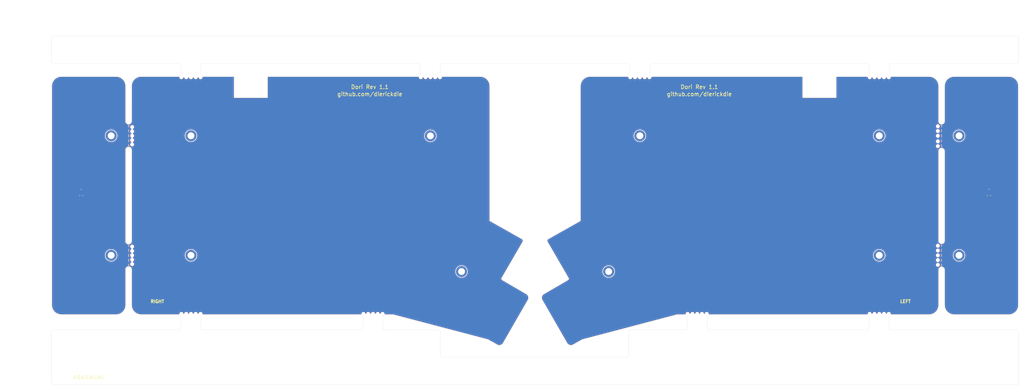
<source format=kicad_pcb>
(kicad_pcb (version 20171130) (host pcbnew "(5.1.2-1)-1")
  (layers (0 F.Cu signal) (31 B.Cu signal) (34 B.Paste user) (35 F.Paste user) (36 B.SilkS user) (37 F.SilkS user) (38 B.Mask user) (39 F.Mask user) (44 Edge.Cuts user))
  (net 0 "")
  (net 1 GND)
  (net 2 GNDA)
  (module Keebio-Parts:TRRS-PJ-320A (layer F.Cu) (at 253.20625 95.25 30)
    (fp_text reference J2)
    (fp_text value 4PIN)
  )
  (module Keebio-Parts:TRRS-PJ-320A (layer F.Cu) (at 237.33125 95.25 330)
    (fp_text reference J1)
    (fp_text value 4PIN)
  )
  (module Resistor_SMD:R_0603_1608Metric_Pad1.05x0.95mm_HandSolder (layer F.Cu) (at 389.73125 80.9625 90)
    (fp_text reference R2)
    (fp_text value R_Small)
    (fp_line (start -0.171267 0.51) (end 0.171267 0.51) (layer F.SilkS) (width 0.12))
    (fp_line (start -0.171267 -0.51) (end 0.171267 -0.51) (layer F.SilkS) (width 0.12))
    (pad 2 smd roundrect (at 0.875 0 90) (size 1.05 0.95) (layers F.Cu F.Paste F.Mask) (net 2 GNDA))
    (pad 1 smd roundrect (at -0.875 0 90) (size 1.05 0.95) (layers F.Cu F.Paste F.Mask) (net 2 GNDA))
  )
  (module Resistor_SMD:R_0603_1608Metric_Pad1.05x0.95mm_HandSolder (layer F.Cu) (at 100.80625 80.9625 90)
    (fp_text reference R1)
    (fp_text value R_Small)
    (fp_line (start -0.171267 0.51) (end 0.171267 0.51) (layer F.SilkS) (width 0.12))
    (fp_line (start -0.171267 -0.51) (end 0.171267 -0.51) (layer F.SilkS) (width 0.12))
    (pad 2 smd roundrect (at 0.875 0 90) (size 1.05 0.95) (layers F.Cu F.Paste F.Mask) (net 1 GND))
    (pad 1 smd roundrect (at -0.875 0 90) (size 1.05 0.95) (layers F.Cu F.Paste F.Mask) (net 1 GND))
  )
  (module Keeb_footprints:MX100_outline (layer F.Cu) (at 389.73125 109.5375)
    (fp_text reference U56)
    (fp_text value HOLE)
  )
  (module Keeb_footprints:MX100_outline (layer F.Cu) (at 389.73125 90.4875)
    (fp_text reference U49)
    (fp_text value HOLE)
  )
  (module Keeb_footprints:MX100_outline (layer F.Cu) (at 389.73125 71.4375)
    (fp_text reference U42)
    (fp_text value HOLE)
  )
  (module Keeb_footprints:MX100_outline (layer F.Cu) (at 389.73125 52.3875)
    (fp_text reference U35)
    (fp_text value HOLE)
  )
  (module Keeb_footprints:MX100_outline (layer F.Cu) (at 364.33125 109.5375)
    (fp_text reference U55)
    (fp_text value HOLE)
  )
  (module Keeb_footprints:MX100_outline (layer F.Cu) (at 364.33125 90.4875)
    (fp_text reference U48)
    (fp_text value HOLE)
  )
  (module Keeb_footprints:MX100_outline (layer F.Cu) (at 364.33125 71.4375)
    (fp_text reference U41)
    (fp_text value HOLE)
  )
  (module Keeb_footprints:MX100_outline (layer F.Cu) (at 364.33125 52.3875)
    (fp_text reference U34)
    (fp_text value HOLE)
  )
  (module Keeb_footprints:MX100_outline (layer F.Cu) (at 345.28125 109.5375)
    (fp_text reference U54)
    (fp_text value HOLE)
  )
  (module Keeb_footprints:MX100_outline (layer F.Cu) (at 345.28125 90.4875)
    (fp_text reference U47)
    (fp_text value HOLE)
  )
  (module Keeb_footprints:MX100_outline (layer F.Cu) (at 345.28125 71.4375)
    (fp_text reference U40)
    (fp_text value HOLE)
  )
  (module Keeb_footprints:MX100_outline (layer F.Cu) (at 345.28125 52.3875)
    (fp_text reference U33)
    (fp_text value HOLE)
  )
  (module Keeb_footprints:MX100_outline (layer F.Cu) (at 326.23125 109.5375)
    (fp_text reference U53)
    (fp_text value HOLE)
  )
  (module Keeb_footprints:MX100_outline (layer F.Cu) (at 326.23125 90.4875)
    (fp_text reference U46)
    (fp_text value HOLE)
  )
  (module Keeb_footprints:MX100_outline (layer F.Cu) (at 326.23125 71.4375)
    (fp_text reference U39)
    (fp_text value HOLE)
  )
  (module Keeb_footprints:MX100_outline (layer F.Cu) (at 326.23125 52.3875)
    (fp_text reference U32)
    (fp_text value HOLE)
  )
  (module Keeb_footprints:MX100_outline (layer F.Cu) (at 307.18125 109.5375)
    (fp_text reference U52)
    (fp_text value HOLE)
  )
  (module Keeb_footprints:MX100_outline (layer F.Cu) (at 307.18125 90.4875)
    (fp_text reference U45)
    (fp_text value HOLE)
  )
  (module Keeb_footprints:MX100_outline (layer F.Cu) (at 307.18125 71.4375)
    (fp_text reference U38)
    (fp_text value HOLE)
  )
  (module Keeb_footprints:MX100_outline (layer F.Cu) (at 307.18125 52.3875)
    (fp_text reference U31)
    (fp_text value HOLE)
  )
  (module Keeb_footprints:MX100_outline (layer F.Cu) (at 280.19375 111.91875 15)
    (fp_text reference U51)
    (fp_text value HOLE)
  )
  (module Keeb_footprints:MX100_outline (layer F.Cu) (at 288.13125 90.4875)
    (fp_text reference U44)
    (fp_text value HOLE)
  )
  (module Keeb_footprints:MX100_outline (layer F.Cu) (at 288.13125 71.4375)
    (fp_text reference U37)
    (fp_text value HOLE)
  )
  (module Keeb_footprints:MX100_outline (layer F.Cu) (at 288.13125 52.3875)
    (fp_text reference U30)
    (fp_text value HOLE)
  )
  (module Keeb_footprints:MX100_outline (layer F.Cu) (at 259.55625 116.498801 30)
    (fp_text reference U50)
    (fp_text value HOLE)
  )
  (module Keeb_footprints:MX100_outline (layer F.Cu) (at 269.08125 90.4875)
    (fp_text reference U43)
    (fp_text value HOLE)
  )
  (module Keeb_footprints:MX100_outline (layer F.Cu) (at 269.08125 71.4375)
    (fp_text reference U36)
    (fp_text value HOLE)
  )
  (module Keeb_footprints:MX100_outline (layer F.Cu) (at 269.08125 52.3875)
    (fp_text reference U29)
    (fp_text value HOLE)
  )
  (module Keeb_footprints:MX100_outline (layer F.Cu) (at 230.98125 116.68125 330)
    (fp_text reference U28)
    (fp_text value HOLE)
  )
  (module Keeb_footprints:MX100_outline (layer F.Cu) (at 221.45625 90.4875)
    (fp_text reference U21)
    (fp_text value HOLE)
  )
  (module Keeb_footprints:MX100_outline (layer F.Cu) (at 221.45625 71.4375)
    (fp_text reference U14)
    (fp_text value HOLE)
  )
  (module Keeb_footprints:MX100_outline (layer F.Cu) (at 221.45625 52.3875)
    (fp_text reference U7)
    (fp_text value HOLE)
  )
  (module Keeb_footprints:MX100_outline (layer F.Cu) (at 210.34375 111.91875 345)
    (fp_text reference U27)
    (fp_text value HOLE)
  )
  (module Keeb_footprints:MX100_outline (layer F.Cu) (at 202.40625 90.4875)
    (fp_text reference U20)
    (fp_text value HOLE)
  )
  (module Keeb_footprints:MX100_outline (layer F.Cu) (at 202.40625 71.4375)
    (fp_text reference U13)
    (fp_text value HOLE)
  )
  (module Keeb_footprints:MX100_outline (layer F.Cu) (at 202.40625 52.3875)
    (fp_text reference U6)
    (fp_text value HOLE)
  )
  (module Keeb_footprints:MX100_outline (layer F.Cu) (at 183.35625 109.5375)
    (fp_text reference U26)
    (fp_text value HOLE)
  )
  (module Keeb_footprints:MX100_outline (layer F.Cu) (at 183.35625 90.4875)
    (fp_text reference U19)
    (fp_text value HOLE)
  )
  (module Keeb_footprints:MX100_outline (layer F.Cu) (at 183.35625 71.4375)
    (fp_text reference U12)
    (fp_text value HOLE)
  )
  (module Keeb_footprints:MX100_outline (layer F.Cu) (at 183.35625 52.3875)
    (fp_text reference U5)
    (fp_text value HOLE)
  )
  (module Keeb_footprints:MX100_outline (layer F.Cu) (at 164.30625 109.5375)
    (fp_text reference U25)
    (fp_text value HOLE)
  )
  (module Keeb_footprints:MX100_outline (layer F.Cu) (at 164.30625 90.4875)
    (fp_text reference U18)
    (fp_text value HOLE)
  )
  (module Keeb_footprints:MX100_outline (layer F.Cu) (at 164.30625 71.4375)
    (fp_text reference U11)
    (fp_text value HOLE)
  )
  (module Keeb_footprints:MX100_outline (layer F.Cu) (at 164.30625 52.3875)
    (fp_text reference U4)
    (fp_text value HOLE)
  )
  (module Keeb_footprints:MX100_outline (layer F.Cu) (at 145.25625 109.5375)
    (fp_text reference U24)
    (fp_text value HOLE)
  )
  (module Keeb_footprints:MX100_outline (layer F.Cu) (at 145.25625 90.4875)
    (fp_text reference U17)
    (fp_text value HOLE)
  )
  (module Keeb_footprints:MX100_outline (layer F.Cu) (at 145.25625 71.4375)
    (fp_text reference U10)
    (fp_text value HOLE)
  )
  (module Keeb_footprints:MX100_outline (layer F.Cu) (at 145.25625 52.3875)
    (fp_text reference U3)
    (fp_text value HOLE)
  )
  (module Keeb_footprints:MX100_outline (layer F.Cu) (at 126.20625 109.5375)
    (fp_text reference U23)
    (fp_text value HOLE)
  )
  (module Keeb_footprints:MX100_outline (layer F.Cu) (at 126.20625 90.4875)
    (fp_text reference U16)
    (fp_text value HOLE)
  )
  (module Keeb_footprints:MX100_outline (layer F.Cu) (at 126.20625 71.4375)
    (fp_text reference U9)
    (fp_text value HOLE)
  )
  (module Keeb_footprints:MX100_outline (layer F.Cu) (at 126.20625 52.3875)
    (fp_text reference U2)
    (fp_text value HOLE)
  )
  (module Keeb_footprints:MX100_outline (layer F.Cu) (at 100.80625 109.5375)
    (fp_text reference U22)
    (fp_text value HOLE)
  )
  (module Keeb_footprints:MX100_outline (layer F.Cu) (at 100.80625 90.4875)
    (fp_text reference U15)
    (fp_text value HOLE)
  )
  (module Keeb_footprints:MX100_outline (layer F.Cu) (at 100.80625 71.4375)
    (fp_text reference U8)
    (fp_text value HOLE)
  )
  (module Keeb_footprints:MX100_outline (layer F.Cu) (at 100.80625 52.3875)
    (fp_text reference U1)
    (fp_text value HOLE)
  )
  (module random-keyboard-parts:Generic-Mounthole (layer F.Cu) (at 380.20625 100.0125)
    (fp_text reference H12)
    (fp_text value MountingHole)
    (pad 1 thru_hole circle (at 0 0) (size 3.5 3.5) (drill 2.2) (layers *.Cu *.Mask))
  )
  (module random-keyboard-parts:Generic-Mounthole (layer F.Cu) (at 380.20625 61.9125)
    (fp_text reference H11)
    (fp_text value MountingHole)
    (pad 1 thru_hole circle (at 0 0) (size 3.5 3.5) (drill 2.2) (layers *.Cu *.Mask))
  )
  (module Keeb_footprints:MouseBite_IPC7351 (layer F.Cu) (at 373.459375 61.9125 90)
    (fp_text reference U62)
    (fp_text value HOLE)
    (pad "" np_thru_hole circle (at 0 0 90) (size 0.8 0.8) (drill 0.8) (layers *.Cu *.Mask))
    (pad "" np_thru_hole circle (at 1.524 0 90) (size 0.8 0.8) (drill 0.8) (layers *.Cu *.Mask))
    (pad "" np_thru_hole circle (at 3.048 0 90) (size 0.8 0.8) (drill 0.8) (layers *.Cu *.Mask))
    (pad "" np_thru_hole circle (at -1.778 0 90) (size 0.8 0.8) (drill 0.8) (layers *.Cu *.Mask))
    (pad "" np_thru_hole circle (at -3.302 0 90) (size 0.8 0.8) (drill 0.8) (layers *.Cu *.Mask))
  )
  (module Keeb_footprints:MouseBite_IPC7351 (layer F.Cu) (at 373.459375 100.0125 90)
    (fp_text reference U68)
    (fp_text value HOLE)
    (pad "" np_thru_hole circle (at 0 0 90) (size 0.8 0.8) (drill 0.8) (layers *.Cu *.Mask))
    (pad "" np_thru_hole circle (at 1.524 0 90) (size 0.8 0.8) (drill 0.8) (layers *.Cu *.Mask))
    (pad "" np_thru_hole circle (at 3.048 0 90) (size 0.8 0.8) (drill 0.8) (layers *.Cu *.Mask))
    (pad "" np_thru_hole circle (at -1.524 0 90) (size 0.8 0.8) (drill 0.8) (layers *.Cu *.Mask))
    (pad "" np_thru_hole circle (at -3.048 0 90) (size 0.8 0.8) (drill 0.8) (layers *.Cu *.Mask))
  )
  (module Keeb_footprints:MouseBite_IPC7351 (layer F.Cu) (at 278.60625 43.259375)
    (fp_text reference U67)
    (fp_text value HOLE)
    (pad "" np_thru_hole circle (at 0 0) (size 0.8 0.8) (drill 0.8) (layers *.Cu *.Mask))
    (pad "" np_thru_hole circle (at 1.524 0) (size 0.8 0.8) (drill 0.8) (layers *.Cu *.Mask))
    (pad "" np_thru_hole circle (at 3.048 0) (size 0.8 0.8) (drill 0.8) (layers *.Cu *.Mask))
    (pad "" np_thru_hole circle (at -1.524 0) (size 0.8 0.8) (drill 0.8) (layers *.Cu *.Mask))
    (pad "" np_thru_hole circle (at -3.048 0) (size 0.8 0.8) (drill 0.8) (layers *.Cu *.Mask))
  )
  (module Keeb_footprints:MouseBite_IPC7351 (layer F.Cu) (at 354.80625 43.259375)
    (fp_text reference U61)
    (fp_text value HOLE)
    (pad "" np_thru_hole circle (at 0 0) (size 0.8 0.8) (drill 0.8) (layers *.Cu *.Mask))
    (pad "" np_thru_hole circle (at 1.524 0) (size 0.8 0.8) (drill 0.8) (layers *.Cu *.Mask))
    (pad "" np_thru_hole circle (at 3.048 0) (size 0.8 0.8) (drill 0.8) (layers *.Cu *.Mask))
    (pad "" np_thru_hole circle (at -1.524 0) (size 0.8 0.8) (drill 0.8) (layers *.Cu *.Mask))
    (pad "" np_thru_hole circle (at -3.048 0) (size 0.8 0.8) (drill 0.8) (layers *.Cu *.Mask))
  )
  (module Keeb_footprints:MouseBite_IPC7351 (layer F.Cu) (at 135.73125 43.259375)
    (fp_text reference U66)
    (fp_text value HOLE)
    (pad "" np_thru_hole circle (at 0 0) (size 0.8 0.8) (drill 0.8) (layers *.Cu *.Mask))
    (pad "" np_thru_hole circle (at 1.524 0) (size 0.8 0.8) (drill 0.8) (layers *.Cu *.Mask))
    (pad "" np_thru_hole circle (at 3.048 0) (size 0.8 0.8) (drill 0.8) (layers *.Cu *.Mask))
    (pad "" np_thru_hole circle (at -1.524 0) (size 0.8 0.8) (drill 0.8) (layers *.Cu *.Mask))
    (pad "" np_thru_hole circle (at -3.048 0) (size 0.8 0.8) (drill 0.8) (layers *.Cu *.Mask))
  )
  (module Keeb_footprints:MouseBite_IPC7351 (layer F.Cu) (at 211.93125 43.259375)
    (fp_text reference U60)
    (fp_text value HOLE)
    (pad "" np_thru_hole circle (at 0 0) (size 0.8 0.8) (drill 0.8) (layers *.Cu *.Mask))
    (pad "" np_thru_hole circle (at 1.524 0) (size 0.8 0.8) (drill 0.8) (layers *.Cu *.Mask))
    (pad "" np_thru_hole circle (at 3.048 0) (size 0.8 0.8) (drill 0.8) (layers *.Cu *.Mask))
    (pad "" np_thru_hole circle (at -1.524 0) (size 0.8 0.8) (drill 0.8) (layers *.Cu *.Mask))
    (pad "" np_thru_hole circle (at -3.048 0) (size 0.8 0.8) (drill 0.8) (layers *.Cu *.Mask))
  )
  (module Keeb_footprints:MouseBite_IPC7351 (layer F.Cu) (at 193.675 118.665625)
    (fp_text reference U64)
    (fp_text value HOLE)
    (pad "" np_thru_hole circle (at 0 0) (size 0.8 0.8) (drill 0.8) (layers *.Cu *.Mask))
    (pad "" np_thru_hole circle (at 1.524 0) (size 0.8 0.8) (drill 0.8) (layers *.Cu *.Mask))
    (pad "" np_thru_hole circle (at 3.048 0) (size 0.8 0.8) (drill 0.8) (layers *.Cu *.Mask))
    (pad "" np_thru_hole circle (at -1.524 0) (size 0.8 0.8) (drill 0.8) (layers *.Cu *.Mask))
    (pad "" np_thru_hole circle (at -3.048 0) (size 0.8 0.8) (drill 0.8) (layers *.Cu *.Mask))
  )
  (module Keeb_footprints:MouseBite_IPC7351 (layer F.Cu) (at 135.73125 118.665625)
    (fp_text reference U58)
    (fp_text value HOLE)
    (pad "" np_thru_hole circle (at 0 0) (size 0.8 0.8) (drill 0.8) (layers *.Cu *.Mask))
    (pad "" np_thru_hole circle (at 1.524 0) (size 0.8 0.8) (drill 0.8) (layers *.Cu *.Mask))
    (pad "" np_thru_hole circle (at 3.048 0) (size 0.8 0.8) (drill 0.8) (layers *.Cu *.Mask))
    (pad "" np_thru_hole circle (at -1.524 0) (size 0.8 0.8) (drill 0.8) (layers *.Cu *.Mask))
    (pad "" np_thru_hole circle (at -3.048 0) (size 0.8 0.8) (drill 0.8) (layers *.Cu *.Mask))
  )
  (module Keeb_footprints:MouseBite_IPC7351 (layer F.Cu) (at 296.8625 118.665625)
    (fp_text reference U59)
    (fp_text value HOLE)
    (pad "" np_thru_hole circle (at 0 0) (size 0.8 0.8) (drill 0.8) (layers *.Cu *.Mask))
    (pad "" np_thru_hole circle (at 1.524 0) (size 0.8 0.8) (drill 0.8) (layers *.Cu *.Mask))
    (pad "" np_thru_hole circle (at 3.048 0) (size 0.8 0.8) (drill 0.8) (layers *.Cu *.Mask))
    (pad "" np_thru_hole circle (at -1.524 0) (size 0.8 0.8) (drill 0.8) (layers *.Cu *.Mask))
    (pad "" np_thru_hole circle (at -3.048 0) (size 0.8 0.8) (drill 0.8) (layers *.Cu *.Mask))
  )
  (module Keeb_footprints:MouseBite_IPC7351 (layer F.Cu) (at 354.80625 118.665625)
    (fp_text reference U65)
    (fp_text value HOLE)
    (pad "" np_thru_hole circle (at 0 0) (size 0.8 0.8) (drill 0.8) (layers *.Cu *.Mask))
    (pad "" np_thru_hole circle (at 1.524 0) (size 0.8 0.8) (drill 0.8) (layers *.Cu *.Mask))
    (pad "" np_thru_hole circle (at 3.048 0) (size 0.8 0.8) (drill 0.8) (layers *.Cu *.Mask))
    (pad "" np_thru_hole circle (at -1.524 0) (size 0.8 0.8) (drill 0.8) (layers *.Cu *.Mask))
    (pad "" np_thru_hole circle (at -3.048 0) (size 0.8 0.8) (drill 0.8) (layers *.Cu *.Mask))
  )
  (module Keeb_footprints:MouseBite_IPC7351 (layer F.Cu) (at 117.00625 61.9125 90)
    (fp_text reference U57)
    (fp_text value HOLE)
    (pad "" np_thru_hole circle (at 0 0 90) (size 0.8 0.8) (drill 0.8) (layers *.Cu *.Mask))
    (pad "" np_thru_hole circle (at 1.397 0 90) (size 0.8 0.8) (drill 0.8) (layers *.Cu *.Mask))
    (pad "" np_thru_hole circle (at 2.794 0 90) (size 0.8 0.8) (drill 0.8) (layers *.Cu *.Mask))
    (pad "" np_thru_hole circle (at -1.397 0 90) (size 0.8 0.8) (drill 0.8) (layers *.Cu *.Mask))
    (pad "" np_thru_hole circle (at -2.794 0 90) (size 0.8 0.8) (drill 0.8) (layers *.Cu *.Mask))
  )
  (module random-keyboard-parts:Generic-Mounthole (layer F.Cu) (at 110.33125 100.0125)
    (fp_text reference H10)
    (fp_text value MountingHole)
    (pad 1 thru_hole circle (at 0 0) (size 3.5 3.5) (drill 2.2) (layers *.Cu *.Mask))
  )
  (module random-keyboard-parts:Generic-Mounthole (layer F.Cu) (at 354.80625 61.9125)
    (fp_text reference H7)
    (fp_text value MountingHole)
    (pad 1 thru_hole circle (at 0 0) (size 3.5 3.5) (drill 2.2) (layers *.Cu *.Mask))
  )
  (module random-keyboard-parts:Generic-Mounthole (layer B.Cu) (at 221.853125 105.171875 180)
    (fp_text reference H9)
    (fp_text value MountingHole)
    (pad 1 thru_hole circle (at 0 0 180) (size 3.5 3.5) (drill 2.2) (layers *.Cu *.Mask))
  )
  (module Keeb_footprints:MouseBite_IPC7351 (layer F.Cu) (at 117.005893 100.0125 90)
    (fp_text reference U63)
    (fp_text value HOLE)
    (pad "" np_thru_hole circle (at 0 0 90) (size 0.8 0.8) (drill 0.8) (layers *.Cu *.Mask))
    (pad "" np_thru_hole circle (at 1.397 0 90) (size 0.8 0.8) (drill 0.8) (layers *.Cu *.Mask))
    (pad "" np_thru_hole circle (at 2.794 0 90) (size 0.8 0.8) (drill 0.8) (layers *.Cu *.Mask))
    (pad "" np_thru_hole circle (at -1.397 0 90) (size 0.8 0.8) (drill 0.8) (layers *.Cu *.Mask))
    (pad "" np_thru_hole circle (at -2.794 0 90) (size 0.8 0.8) (drill 0.8) (layers *.Cu *.Mask))
  )
  (module random-keyboard-parts:Generic-Mounthole (layer F.Cu) (at 135.73125 61.9125)
    (fp_text reference H1)
    (fp_text value MountingHole)
    (pad 1 thru_hole circle (at 0 0) (size 3.5 3.5) (drill 2.2) (layers *.Cu *.Mask))
  )
  (module random-keyboard-parts:Generic-Mounthole (layer F.Cu) (at 211.93125 61.94)
    (fp_text reference H2)
    (fp_text value MountingHole)
    (pad 1 thru_hole circle (at 0 0) (size 3.5 3.5) (drill 2.2) (layers *.Cu *.Mask))
  )
  (module random-keyboard-parts:Generic-Mounthole (layer F.Cu) (at 135.73125 100.0125)
    (fp_text reference H3)
    (fp_text value MountingHole)
    (pad 1 thru_hole circle (at 0 0) (size 3.5 3.5) (drill 2.2) (layers *.Cu *.Mask))
  )
  (module random-keyboard-parts:Generic-Mounthole (layer F.Cu) (at 278.60625 61.9125)
    (fp_text reference H4)
    (fp_text value MountingHole)
    (pad 1 thru_hole circle (at 0 0) (size 3.5 3.5) (drill 2.2) (layers *.Cu *.Mask))
  )
  (module random-keyboard-parts:Generic-Mounthole (layer F.Cu) (at 268.684375 105.171875)
    (fp_text reference H5)
    (fp_text value MountingHole)
    (pad 1 thru_hole circle (at 0 0) (size 3.5 3.5) (drill 2.2) (layers *.Cu *.Mask))
  )
  (module random-keyboard-parts:Generic-Mounthole (layer F.Cu) (at 354.80625 100.0125)
    (fp_text reference H6)
    (fp_text value MountingHole)
    (pad 1 thru_hole circle (at 0 0) (size 3.5 3.5) (drill 2.2) (layers *.Cu *.Mask))
  )
  (module random-keyboard-parts:Generic-Mounthole (layer F.Cu) (at 110.33125 61.9125)
    (fp_text reference H8)
    (fp_text value MountingHole)
    (pad 1 thru_hole circle (at 0 0) (size 3.5 3.5) (drill 2.2) (layers *.Cu *.Mask))
  )
  (gr_arc (start 233.870499 127.254001) (end 233.1085 128.651) (angle -81.74056202) (layer Edge.Cuts) (width 0.05))
  (gr_line (start 243.1415 114.3) (end 235.143543 128.208783) (layer Edge.Cuts) (width 0.05))
  (gr_line (start 233.1085 128.651) (end 230.1875 127) (layer Edge.Cuts) (width 0.05))
  (gr_line (start 241.4905 95.758) (end 234.794283 107.306957) (layer Edge.Cuts) (width 0.05))
  (gr_arc (start 235.048282 107.467745) (end 234.794283 107.306957) (angle -90) (layer Edge.Cuts) (width 0.05))
  (gr_line (start 230.98125 88.9) (end 241.1095 94.615) (layer Edge.Cuts) (width 0.05))
  (gr_arc (start 240.728501 95.377001) (end 241.1095 94.615002) (angle 90) (layer Edge.Cuts) (width 0.05))
  (gr_arc (start 241.744501 113.538001) (end 243.1415 114.3) (angle -81.74056202) (layer Edge.Cuts) (width 0.05))
  (gr_line (start 234.887494 107.721744) (end 242.699283 112.264957) (layer Edge.Cuts) (width 0.05))
  (gr_line (start 200.025 119.060306) (end 230.1875 127) (layer Edge.Cuts) (width 0.05))
  (gr_text RIGHT (at 125.036875 114.72625) (layer F.SilkS) (effects (font (size 1 1) (thickness 0.25))))
  (gr_line (start 200.025 119.060306) (end 197.64375 119.0625) (layer Edge.Cuts) (width 0.05))
  (gr_line (start 330.596875 49.609375) (end 340.915625 49.609375) (layer Edge.Cuts) (width 0.05))
  (gr_line (start 340.915625 49.609375) (end 340.915625 42.8625) (layer Edge.Cuts) (width 0.05))
  (gr_line (start 330.596875 42.8625) (end 330.596875 49.609375) (layer Edge.Cuts) (width 0.05))
  (gr_line (start 159.940625 49.609375) (end 159.940625 42.8625) (layer Edge.Cuts) (width 0.05))
  (gr_line (start 149.621875 49.609375) (end 159.940625 49.609375) (layer Edge.Cuts) (width 0.05))
  (gr_line (start 149.621875 42.860734) (end 149.621875 49.609375) (layer Edge.Cuts) (width 0.05))
  (gr_line (start 139.7 42.8625) (end 149.621875 42.860734) (layer Edge.Cuts) (width 0.05))
  (gr_line (start 374.65 64.690625) (end 374.65 65.484375) (layer B.SilkS) (width 0.25))
  (gr_line (start 374.65 63.103125) (end 374.65 63.896875) (layer B.SilkS) (width 0.25))
  (gr_line (start 374.65 61.515625) (end 374.65 62.309375) (layer B.SilkS) (width 0.25))
  (gr_line (start 374.65 59.928125) (end 374.65 60.721875) (layer B.SilkS) (width 0.25))
  (gr_line (start 374.65 58.340625) (end 374.65 59.134375) (layer B.SilkS) (width 0.25))
  (gr_line (start 374.65 102.790625) (end 374.65 103.584375) (layer B.SilkS) (width 0.25))
  (gr_line (start 374.65 101.203125) (end 374.65 101.996875) (layer B.SilkS) (width 0.25))
  (gr_line (start 374.65 99.615625) (end 374.65 100.409375) (layer B.SilkS) (width 0.25))
  (gr_line (start 374.65 98.028125) (end 374.65 98.821875) (layer B.SilkS) (width 0.25))
  (gr_line (start 374.65 96.440625) (end 374.65 97.234375) (layer B.SilkS) (width 0.25))
  (gr_line (start 115.8875 102.790625) (end 115.8875 103.584375) (layer B.SilkS) (width 0.25))
  (gr_line (start 115.8875 101.203125) (end 115.8875 101.996875) (layer B.SilkS) (width 0.25))
  (gr_line (start 115.8875 99.615625) (end 115.8875 100.409375) (layer B.SilkS) (width 0.25))
  (gr_line (start 115.8875 98.028125) (end 115.8875 98.821875) (layer B.SilkS) (width 0.25))
  (gr_line (start 115.8875 96.440625) (end 115.8875 97.234375) (layer B.SilkS) (width 0.25))
  (gr_line (start 115.8875 64.690625) (end 115.8875 65.484375) (layer B.SilkS) (width 0.25))
  (gr_line (start 115.8875 63.103125) (end 115.8875 63.896875) (layer B.SilkS) (width 0.25))
  (gr_line (start 115.8875 61.515625) (end 115.8875 62.309375) (layer B.SilkS) (width 0.25))
  (gr_line (start 115.8875 59.928125) (end 115.8875 60.721875) (layer B.SilkS) (width 0.25))
  (gr_arc (start 374.650357 104.648) (end 375.44375 104.648) (angle -180) (layer Edge.Cuts) (width 0.05))
  (gr_arc (start 374.649643 95.377) (end 373.85625 95.377) (angle -180) (layer Edge.Cuts) (width 0.05))
  (gr_arc (start 374.650357 66.802) (end 375.44375 66.802) (angle -180) (layer Edge.Cuts) (width 0.05))
  (gr_arc (start 378.61875 46.0375) (end 378.61875 42.8625) (angle -90) (layer Edge.Cuts) (width 0.05))
  (gr_arc (start 374.649643 57.277) (end 373.85625 57.277) (angle -180) (layer Edge.Cuts) (width 0.05))
  (gr_arc (start 115.886429 57.261125) (end 115.093036 57.261125) (angle -180) (layer Edge.Cuts) (width 0.05))
  (gr_arc (start 115.887857 66.421) (end 116.68125 66.421) (angle -180) (layer Edge.Cuts) (width 0.05))
  (gr_arc (start 115.887143 95.504) (end 115.09375 95.504) (angle -180) (layer Edge.Cuts) (width 0.05))
  (gr_arc (start 115.8875 104.521) (end 116.680893 104.521) (angle -180) (layer Edge.Cuts) (width 0.05))
  (gr_line (start 290.5125 119.060306) (end 260.35 127) (layer Edge.Cuts) (width 0.05))
  (gr_line (start 255.650006 107.721744) (end 247.838217 112.264957) (layer Edge.Cuts) (width 0.05))
  (gr_arc (start 248.792999 113.538001) (end 247.396 114.3) (angle 81.74056202) (layer Edge.Cuts) (width 0.05))
  (gr_arc (start 249.808999 95.377001) (end 249.428 94.615002) (angle -90) (layer Edge.Cuts) (width 0.05))
  (gr_line (start 259.55625 88.9) (end 249.428 94.615) (layer Edge.Cuts) (width 0.05))
  (gr_line (start 290.5125 119.060306) (end 292.89375 119.0625) (layer Edge.Cuts) (width 0.05))
  (gr_arc (start 255.489218 107.467745) (end 255.743217 107.306957) (angle 90) (layer Edge.Cuts) (width 0.05))
  (gr_line (start 249.047 95.758) (end 255.743217 107.306957) (layer Edge.Cuts) (width 0.05))
  (gr_line (start 257.429 128.651) (end 260.35 127) (layer Edge.Cuts) (width 0.05))
  (gr_line (start 247.396 114.3) (end 255.393957 128.208783) (layer Edge.Cuts) (width 0.05))
  (gr_arc (start 256.667001 127.254001) (end 257.429 128.651) (angle 81.74056202) (layer Edge.Cuts) (width 0.05))
  (gr_arc (start 398.4625 140.49375) (end 398.4625 141.2875) (angle -90) (layer Edge.Cuts) (width 0.05))
  (gr_arc (start 398.4625 124.61875) (end 399.25625 124.61875) (angle -90) (layer Edge.Cuts) (width 0.05))
  (gr_arc (start 358.775 123.03125) (end 357.98125 123.03125) (angle -90) (layer Edge.Cuts) (width 0.05))
  (gr_arc (start 358.775 119.85625) (end 358.775 119.0625) (angle -90) (layer Edge.Cuts) (width 0.05))
  (gr_arc (start 350.8375 123.03125) (end 350.8375 123.825) (angle -90) (layer Edge.Cuts) (width 0.05))
  (gr_arc (start 350.8375 119.85625) (end 351.63125 119.85625) (angle -90) (layer Edge.Cuts) (width 0.05))
  (gr_arc (start 300.83125 123.03125) (end 300.0375 123.03125) (angle -90) (layer Edge.Cuts) (width 0.05))
  (gr_arc (start 300.83125 119.85625) (end 300.83125 119.0625) (angle -90) (layer Edge.Cuts) (width 0.05))
  (gr_arc (start 92.075 30.95625) (end 92.075 30.1625) (angle -90) (layer Edge.Cuts) (width 0.05))
  (gr_line (start 91.28125 38.1) (end 91.28125 30.95625) (layer Edge.Cuts) (width 0.05))
  (gr_arc (start 398.4625 30.95625) (end 399.25625 30.95625) (angle -90) (layer Edge.Cuts) (width 0.05))
  (gr_arc (start 398.4625 38.1) (end 398.4625 38.89375) (angle -90) (layer Edge.Cuts) (width 0.05))
  (gr_arc (start 350.8375 42.06875) (end 350.8375 42.8625) (angle -90) (layer Edge.Cuts) (width 0.05))
  (gr_arc (start 350.8375 39.6875) (end 351.63125 39.6875) (angle -90) (layer Edge.Cuts) (width 0.05))
  (gr_arc (start 282.575 42.06875) (end 281.78125 42.06875) (angle -90) (layer Edge.Cuts) (width 0.05))
  (gr_arc (start 282.575 39.6875) (end 282.575 38.89375) (angle -90) (layer Edge.Cuts) (width 0.05))
  (gr_arc (start 262.73125 46.0375) (end 262.73125 42.8625) (angle -90) (layer Edge.Cuts) (width 0.05))
  (gr_arc (start 274.6375 42.06875) (end 274.6375 42.8625) (angle -90) (layer Edge.Cuts) (width 0.05))
  (gr_arc (start 274.6375 39.6875) (end 275.43125 39.6875) (angle -90) (layer Edge.Cuts) (width 0.05))
  (gr_arc (start 358.775 39.6875) (end 358.775 38.89375) (angle -90) (layer Edge.Cuts) (width 0.05))
  (gr_arc (start 358.775 42.06875) (end 357.98125 42.06875) (angle -90) (layer Edge.Cuts) (width 0.05))
  (gr_arc (start 370.68125 46.0375) (end 373.85625 46.0375) (angle -90) (layer Edge.Cuts) (width 0.05))
  (gr_arc (start 396.08125 46.0375) (end 399.25625 46.0375) (angle -90) (layer Edge.Cuts) (width 0.05))
  (gr_arc (start 396.08125 115.8875) (end 396.08125 119.0625) (angle -90) (layer Edge.Cuts) (width 0.05))
  (gr_arc (start 378.61875 115.8875) (end 375.44375 115.8875) (angle -90) (layer Edge.Cuts) (width 0.05))
  (gr_arc (start 370.68125 115.8875) (end 370.68125 119.0625) (angle -90) (layer Edge.Cuts) (width 0.05))
  (gr_arc (start 292.89375 123.03125) (end 292.89375 123.825) (angle -90) (layer Edge.Cuts) (width 0.05))
  (gr_arc (start 292.89375 119.85625) (end 293.6875 119.85625) (angle -90) (layer Edge.Cuts) (width 0.05))
  (gr_arc (start 275.828125 124.61875) (end 275.828125 123.825) (angle -90) (layer Edge.Cuts) (width 0.05))
  (gr_arc (start 274.240625 131.7625) (end 274.240625 132.55625) (angle -90) (layer Edge.Cuts) (width 0.05))
  (gr_arc (start 215.9 131.7625) (end 215.10625 131.7625) (angle -90) (layer Edge.Cuts) (width 0.05))
  (gr_arc (start 214.3125 124.61875) (end 215.10625 124.61875) (angle -90) (layer Edge.Cuts) (width 0.05))
  (gr_arc (start 227.80625 46.0375) (end 230.98125 46.0375) (angle -90) (layer Edge.Cuts) (width 0.05))
  (gr_arc (start 215.9 39.6875) (end 215.9 38.89375) (angle -90) (layer Edge.Cuts) (width 0.05))
  (gr_arc (start 215.9 42.06875) (end 215.10625 42.06875) (angle -90) (layer Edge.Cuts) (width 0.05))
  (gr_arc (start 207.9625 39.6875) (end 208.75625 39.6875) (angle -90) (layer Edge.Cuts) (width 0.05))
  (gr_arc (start 207.9625 42.06875) (end 207.9625 42.8625) (angle -90) (layer Edge.Cuts) (width 0.05))
  (gr_arc (start 139.7 39.6875) (end 139.7 38.89375) (angle -90) (layer Edge.Cuts) (width 0.05))
  (gr_arc (start 139.7 42.06875) (end 138.90625 42.06875) (angle -90) (layer Edge.Cuts) (width 0.05))
  (gr_arc (start 197.64375 123.03125) (end 196.85 123.03125) (angle -90) (layer Edge.Cuts) (width 0.05))
  (gr_arc (start 197.64375 119.85625) (end 197.64375 119.0625) (angle -90) (layer Edge.Cuts) (width 0.05))
  (gr_arc (start 189.70625 123.03125) (end 189.70625 123.825) (angle -90) (layer Edge.Cuts) (width 0.05))
  (gr_arc (start 189.70625 119.85625) (end 190.5 119.85625) (angle -90) (layer Edge.Cuts) (width 0.05))
  (gr_arc (start 139.7 123.03125) (end 138.90625 123.03125) (angle -90) (layer Edge.Cuts) (width 0.05))
  (gr_arc (start 139.7 119.85625) (end 139.7 119.0625) (angle -90) (layer Edge.Cuts) (width 0.05))
  (gr_arc (start 92.075 140.49375) (end 91.28125 140.49375) (angle -90) (layer Edge.Cuts) (width 0.05))
  (gr_arc (start 92.075 124.61875) (end 92.075 123.825) (angle -90) (layer Edge.Cuts) (width 0.05))
  (gr_arc (start 131.7625 123.03125) (end 131.7625 123.825) (angle -90) (layer Edge.Cuts) (width 0.05))
  (gr_arc (start 131.7625 119.85625) (end 132.55625 119.85625) (angle -90) (layer Edge.Cuts) (width 0.05))
  (gr_arc (start 119.85625 115.8875) (end 116.68125 115.8875) (angle -90) (layer Edge.Cuts) (width 0.05))
  (gr_arc (start 111.91875 115.8875) (end 111.91875 119.0625) (angle -90) (layer Edge.Cuts) (width 0.05))
  (gr_arc (start 92.075 38.1) (end 91.28125 38.1) (angle -90) (layer Edge.Cuts) (width 0.05))
  (gr_arc (start 131.7625 39.6875) (end 132.55625 39.6875) (angle -90) (layer Edge.Cuts) (width 0.05))
  (gr_arc (start 131.7625 42.06875) (end 131.7625 42.8625) (angle -90) (layer Edge.Cuts) (width 0.05))
  (gr_arc (start 119.85625 46.0375) (end 119.85625 42.8625) (angle -90) (layer Edge.Cuts) (width 0.05))
  (gr_arc (start 111.91875 46.0375) (end 115.09375 46.0375) (angle -90) (layer Edge.Cuts) (width 0.05))
  (gr_arc (start 94.45625 46.0375) (end 94.45625 42.8625) (angle -90) (layer Edge.Cuts) (width 0.05))
  (gr_arc (start 94.45625 115.8875) (end 91.28125 115.8875) (angle -90) (layer Edge.Cuts) (width 0.05))
  (gr_line (start 373.85625 115.8875) (end 373.85625 104.648) (layer Edge.Cuts) (width 0.05))
  (gr_line (start 375.443036 57.277) (end 375.44375 46.0375) (layer Edge.Cuts) (width 0.05))
  (gr_line (start 373.85625 46.0375) (end 373.85625 57.277) (layer Edge.Cuts) (width 0.05))
  (gr_line (start 375.44375 115.8875) (end 375.44375 104.648) (layer Edge.Cuts) (width 0.05))
  (gr_line (start 378.61875 119.0625) (end 396.08125 119.0625) (layer Edge.Cuts) (width 0.05))
  (gr_line (start 373.85625 66.802) (end 373.855536 95.377) (layer Edge.Cuts) (width 0.05))
  (gr_line (start 375.44375 66.802) (end 375.443036 95.377) (layer Edge.Cuts) (width 0.05))
  (gr_line (start 396.08125 42.8625) (end 378.61875 42.8625) (layer Edge.Cuts) (width 0.05))
  (gr_line (start 399.25625 115.8875) (end 399.25625 46.0375) (layer Edge.Cuts) (width 0.05))
  (gr_text "Dori Rev 1.1" (at 192.66 46.36) (layer F.SilkS) (effects (font (size 1.25 1.25) (thickness 0.2))))
  (gr_text github.com/dierickdie (at 192.659244 48.64) (layer F.SilkS) (effects (font (size 1.25 1.25) (thickness 0.2))))
  (gr_text LEFT (at 363.140625 114.696875) (layer F.SilkS) (effects (font (size 1 1) (thickness 0.25))))
  (gr_line (start 274.240625 132.55625) (end 215.9 132.55625) (layer Edge.Cuts) (width 0.05))
  (gr_line (start 275.034375 124.61875) (end 275.034375 131.7625) (layer Edge.Cuts) (width 0.05))
  (gr_line (start 275.828125 123.825) (end 292.89375 123.825) (layer Edge.Cuts) (width 0.05))
  (gr_line (start 399.25625 124.61875) (end 399.25625 140.49375) (layer Edge.Cuts) (width 0.05))
  (gr_line (start 398.4625 123.825) (end 358.775 123.825) (layer Edge.Cuts) (width 0.05))
  (gr_line (start 92.075 141.2875) (end 398.4625 141.2875) (layer Edge.Cuts) (width 0.05))
  (gr_line (start 91.28125 124.61875) (end 91.28125 140.49375) (layer Edge.Cuts) (width 0.05))
  (gr_line (start 215.10625 124.61875) (end 215.10625 131.7625) (layer Edge.Cuts) (width 0.05))
  (gr_line (start 214.3125 123.825) (end 197.64375 123.825) (layer Edge.Cuts) (width 0.05))
  (gr_line (start 131.7625 123.825) (end 92.075 123.825) (layer Edge.Cuts) (width 0.05))
  (gr_line (start 139.7 123.825) (end 189.70625 123.825) (layer Edge.Cuts) (width 0.05))
  (gr_line (start 131.7625 119.0625) (end 119.85625 119.0625) (layer Edge.Cuts) (width 0.05))
  (gr_line (start 189.70625 119.0625) (end 139.7 119.0625) (layer Edge.Cuts) (width 0.05))
  (gr_line (start 190.5 119.85625) (end 190.5 123.03125) (layer Edge.Cuts) (width 0.05))
  (gr_line (start 196.85 119.85625) (end 196.85 123.03125) (layer Edge.Cuts) (width 0.05))
  (gr_line (start 132.55625 119.85625) (end 132.55625 123.03125) (layer Edge.Cuts) (width 0.05))
  (gr_line (start 138.90625 119.85625) (end 138.90625 123.03125) (layer Edge.Cuts) (width 0.05))
  (gr_line (start 358.775 119.0625) (end 370.68125 119.0625) (layer Edge.Cuts) (width 0.05))
  (gr_line (start 300.83125 119.0625) (end 350.8375 119.0625) (layer Edge.Cuts) (width 0.05))
  (gr_line (start 300.83125 123.825) (end 350.8375 123.825) (layer Edge.Cuts) (width 0.05))
  (gr_line (start 293.6875 119.85625) (end 293.6875 123.03125) (layer Edge.Cuts) (width 0.05))
  (gr_line (start 300.0375 119.85625) (end 300.0375 123.03125) (layer Edge.Cuts) (width 0.05))
  (gr_line (start 351.63125 119.85625) (end 351.63125 123.03125) (layer Edge.Cuts) (width 0.05))
  (gr_line (start 357.98125 119.85625) (end 357.98125 123.03125) (layer Edge.Cuts) (width 0.05))
  (gr_line (start 207.9625 42.8625) (end 159.940625 42.8625) (layer Edge.Cuts) (width 0.05))
  (gr_line (start 227.80625 42.8625) (end 215.9 42.8625) (layer Edge.Cuts) (width 0.05))
  (gr_line (start 131.7625 42.8625) (end 119.85625 42.8625) (layer Edge.Cuts) (width 0.05))
  (gr_line (start 398.4625 38.89375) (end 358.775 38.89375) (layer Edge.Cuts) (width 0.05))
  (gr_line (start 357.98125 39.6875) (end 357.98125 42.06875) (layer Edge.Cuts) (width 0.05))
  (gr_line (start 351.63125 39.6875) (end 351.63125 42.06875) (layer Edge.Cuts) (width 0.05))
  (gr_line (start 282.575 38.89375) (end 350.8375 38.89375) (layer Edge.Cuts) (width 0.05))
  (gr_line (start 358.775 42.8625) (end 370.68125 42.8625) (layer Edge.Cuts) (width 0.05))
  (gr_line (start 350.8375 42.8625) (end 340.915625 42.8625) (layer Edge.Cuts) (width 0.05))
  (gr_line (start 282.575 42.8625) (end 330.596875 42.8625) (layer Edge.Cuts) (width 0.05))
  (gr_line (start 281.78125 39.6875) (end 281.78125 42.06875) (layer Edge.Cuts) (width 0.05))
  (gr_line (start 274.6375 42.8625) (end 262.73125 42.8625) (layer Edge.Cuts) (width 0.05))
  (gr_line (start 275.43125 39.6875) (end 275.43125 42.06875) (layer Edge.Cuts) (width 0.05))
  (gr_line (start 215.9 38.89375) (end 274.6375 38.89375) (layer Edge.Cuts) (width 0.05))
  (gr_line (start 215.10625 39.6875) (end 215.10625 42.06875) (layer Edge.Cuts) (width 0.05))
  (gr_line (start 208.75625 39.6875) (end 208.75625 42.06875) (layer Edge.Cuts) (width 0.05))
  (gr_line (start 139.7 38.89375) (end 207.9625 38.89375) (layer Edge.Cuts) (width 0.05))
  (gr_line (start 131.7625 38.89375) (end 92.075 38.89375) (layer Edge.Cuts) (width 0.05))
  (gr_line (start 138.90625 39.6875) (end 138.90625 42.06875) (layer Edge.Cuts) (width 0.05))
  (gr_line (start 132.55625 39.6875) (end 132.55625 42.06875) (layer Edge.Cuts) (width 0.05))
  (gr_line (start 399.25625 30.95625) (end 399.25625 38.1) (layer Edge.Cuts) (width 0.05))
  (gr_line (start 92.075 30.1625) (end 398.4625 30.1625) (layer Edge.Cuts) (width 0.05))
  (gr_line (start 230.98125 46.0375) (end 230.98125 88.9) (layer Edge.Cuts) (width 0.05))
  (gr_line (start 259.55625 46.0375) (end 259.55625 88.9) (layer Edge.Cuts) (width 0.05))
  (gr_line (start 91.28125 115.8875) (end 91.28125 46.0375) (layer Edge.Cuts) (width 0.05))
  (gr_line (start 115.8875 58.340625) (end 115.8875 59.134375) (layer B.SilkS) (width 0.25))
  (gr_line (start 94.45625 42.8625) (end 111.91875 42.8625) (layer Edge.Cuts) (width 0.05))
  (gr_line (start 115.094464 66.421) (end 115.09375 95.504) (layer Edge.Cuts) (width 0.05))
  (gr_line (start 116.68125 66.421) (end 116.680536 95.504) (layer Edge.Cuts) (width 0.05))
  (gr_text github.com/dierickdie (at 297.539244 48.64) (layer F.SilkS) (effects (font (size 1.25 1.25) (thickness 0.2))))
  (gr_line (start 111.91875 119.0625) (end 94.45625 119.0625) (layer Edge.Cuts) (width 0.05))
  (gr_text "Dori Rev 1.1" (at 297.54 46.36) (layer F.SilkS) (effects (font (size 1.25 1.25) (thickness 0.2))))
  (gr_line (start 115.09375 115.8875) (end 115.094107 104.521) (layer Edge.Cuts) (width 0.05))
  (gr_line (start 116.68125 46.0375) (end 116.679822 57.261125) (layer Edge.Cuts) (width 0.05))
  (gr_line (start 115.093036 57.261125) (end 115.09375 46.0375) (layer Edge.Cuts) (width 0.05))
  (gr_line (start 116.68125 115.8875) (end 116.680893 104.521) (layer Edge.Cuts) (width 0.05))
  (gr_text JLCJLCJLCJLC (at 103.1875 138.90625) (layer F.SilkS) (effects (font (size 1 1))))
  (via (at 100.80625 78.978125) (size 0.5) (drill 0.25) (layers F.Cu B.Cu) (net 1))
  (segment (start 100.80625 78.978125) (end 100.80625 80.0875) (width 0.25) (layer F.Cu) (net 1))
  (via (at 389.73125 78.978125) (size 0.5) (drill 0.25) (layers F.Cu B.Cu) (net 2))
  (segment (start 389.73125 78.978125) (end 389.73125 80.0875) (width 0.25) (layer F.Cu) (net 2))
  (zone (net 2) (net_name GNDA) (layer B.Cu) (connect_pads (clearance 0.25)) (min_thickness 0.254) (fill yes (arc_segments 32) (thermal_gap 0.508) (thermal_bridge_width 0.508))
    (polygon (pts (xy 400.9 41.04) (xy 400.9 122.36) (xy 287.66 122.36) (xy 255.778 131.572) (xy 245.618 112.395) (xy 254.762 106.934) (xy 247.904 94.615) (xy 257.302 89.027) (xy 257.26 41.04)))
  )
  (zone (net 2) (net_name GNDA) (layer F.Cu) (connect_pads (clearance 0.25)) (min_thickness 0.254) (fill yes (arc_segments 32) (thermal_gap 0.508) (thermal_bridge_width 0.508))
    (polygon (pts (xy 400.9 41.04) (xy 400.9 122.36) (xy 287.66 122.36) (xy 255.778 131.572) (xy 245.618 112.395) (xy 254.762 106.934) (xy 247.904 94.615) (xy 257.302 89.027) (xy 257.26 41.04)))
  )
  (zone (net 1) (net_name GND) (layer B.Cu) (connect_pads (clearance 0.25)) (min_thickness 0.254) (fill yes (arc_segments 32) (thermal_gap 0.508) (thermal_bridge_width 0.508))
    (polygon (pts (xy 89.3 40.878125) (xy 89.3 122.634375) (xy 202.40625 122.2375) (xy 234.15625 131.7625) (xy 244.72 112.315625) (xy 235.346875 107.15625) (xy 242.8875 94.45625) (xy 232.918 88.519) (xy 232.94 40.878125)))
  )
  (zone (net 1) (net_name GND) (layer F.Cu) (connect_pads (clearance 0.25)) (min_thickness 0.254) (fill yes (arc_segments 32) (thermal_gap 0.508) (thermal_bridge_width 0.508))
    (polygon (pts (xy 89.3 40.878125) (xy 89.296875 122.634375) (xy 202.40625 122.2375) (xy 234.15625 131.7625) (xy 244.72 112.315625) (xy 235.346875 107.15625) (xy 242.8875 94.45625) (xy 232.918 88.519) (xy 232.94 40.878125)))
  )
)
</source>
